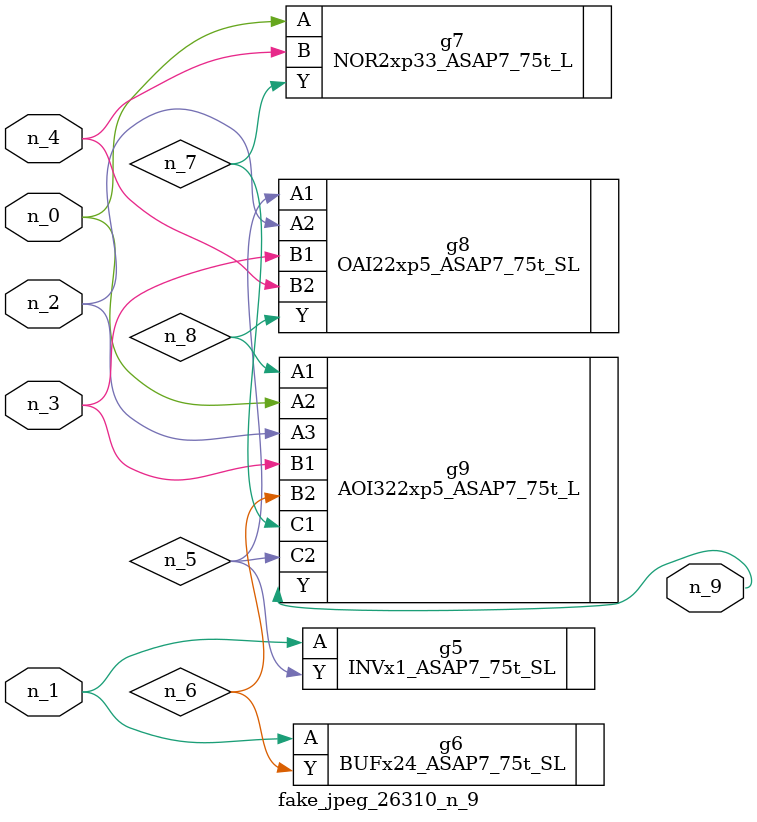
<source format=v>
module fake_jpeg_26310_n_9 (n_3, n_2, n_1, n_0, n_4, n_9);

input n_3;
input n_2;
input n_1;
input n_0;
input n_4;

output n_9;

wire n_8;
wire n_6;
wire n_5;
wire n_7;

INVx1_ASAP7_75t_SL g5 ( 
.A(n_1),
.Y(n_5)
);

BUFx24_ASAP7_75t_SL g6 ( 
.A(n_1),
.Y(n_6)
);

NOR2xp33_ASAP7_75t_L g7 ( 
.A(n_0),
.B(n_4),
.Y(n_7)
);

OAI22xp5_ASAP7_75t_SL g8 ( 
.A1(n_5),
.A2(n_2),
.B1(n_3),
.B2(n_4),
.Y(n_8)
);

AOI322xp5_ASAP7_75t_L g9 ( 
.A1(n_8),
.A2(n_0),
.A3(n_2),
.B1(n_3),
.B2(n_6),
.C1(n_7),
.C2(n_5),
.Y(n_9)
);


endmodule
</source>
